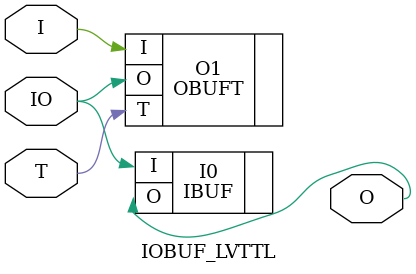
<source format=v>


`timescale  1 ps / 1 ps


module IOBUF_LVTTL (O, IO, I, T);

    output O;

    inout  IO;

    input  I, T;

        OBUFT #(.IOSTANDARD("LVTTL") ) O1 (.O(IO), .I(I), .T(T)); 
	IBUF #(.IOSTANDARD("LVTTL"))  I0 (.O(O), .I(IO));
        

endmodule



</source>
